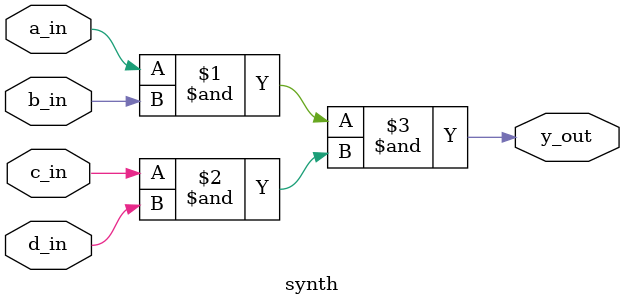
<source format=v>
`define SYN
module synth(
    input a_in,b_in,c_in,d_in,
    
    output y_out
    );
    
    `ifdef SYN
           
        assign y_out = (a_in & b_in) & (c_in & d_in);
     `else  
        assign y_out = a_in & b_in & c_in & d_in;
      `endif
   
endmodule

</source>
